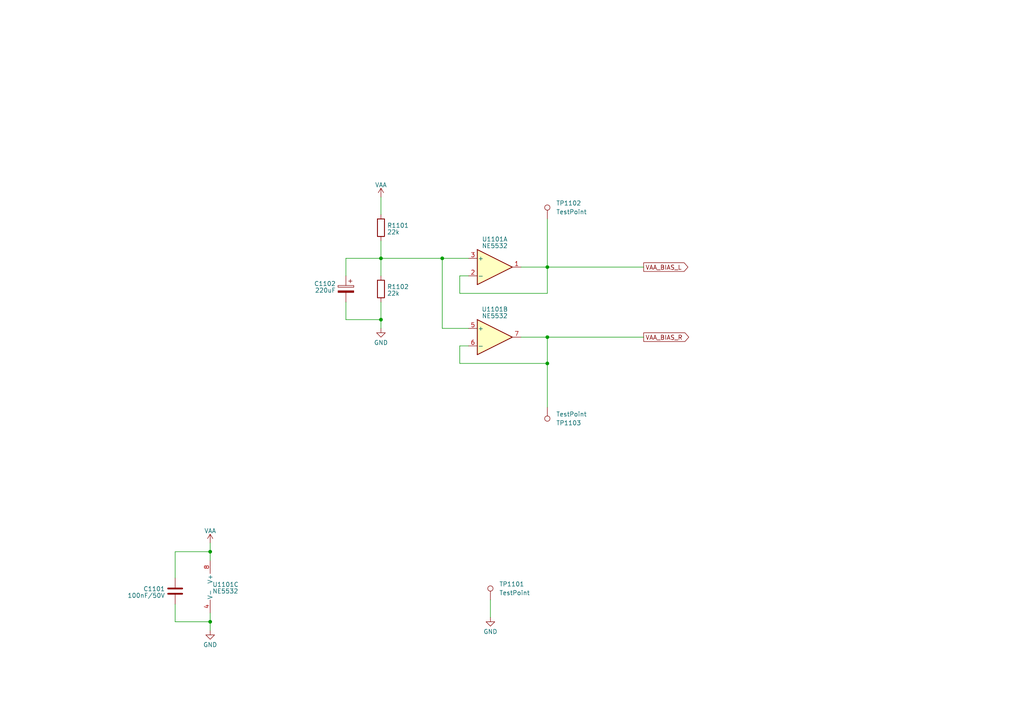
<source format=kicad_sch>
(kicad_sch (version 20230121) (generator eeschema)
  (paper "A4")
  (lib_symbols
    (symbol "Amplifier_Operational:NE5532" (pin_names (offset 0.127))
      (property "Reference" "U" (at 0 5.08 0))
      (property "Value" "NE5532" (at 0 -5.08 0))
      (symbol "NE5532_1_1"
        (polyline (pts (xy -5.08 5.08) (xy 5.08 0) (xy -5.08 -5.08) (xy -5.08 5.08)) (stroke (width 0.254)) (fill (type background)))
        (pin output line (at 7.62 0 180) (length 2.54) (name "~") (number "1"))
        (pin input line (at -7.62 -2.54 0) (length 2.54) (name "-") (number "2"))
        (pin input line (at -7.62 2.54 0) (length 2.54) (name "+") (number "3"))
      )
      (symbol "NE5532_2_1"
        (polyline (pts (xy -5.08 5.08) (xy 5.08 0) (xy -5.08 -5.08) (xy -5.08 5.08)) (stroke (width 0.254)) (fill (type background)))
        (pin input line (at -7.62 2.54 0) (length 2.54) (name "+") (number "5"))
        (pin input line (at -7.62 -2.54 0) (length 2.54) (name "-") (number "6"))
        (pin output line (at 7.62 0 180) (length 2.54) (name "~") (number "7"))
      )
      (symbol "NE5532_3_1"
        (pin power_in line (at -2.54 -7.62 90) (length 3.81) (name "V-") (number "4"))
        (pin power_in line (at -2.54 7.62 270) (length 3.81) (name "V+") (number "8"))
      )
    )
    (symbol "Connector:TestPoint" (pin_numbers hide) (pin_names (offset 0.762) hide)
      (property "Reference" "TP" (at 0 6.858 0))
      (property "Value" "TestPoint" (at 0 5.08 0))
      (symbol "TestPoint_0_1"
        (circle (center 0 3.302) (radius 0.762))
      )
      (symbol "TestPoint_1_1"
        (pin passive line (at 0 0 90) (length 2.54) (name "1") (number "1"))
      )
    )
    (symbol "Device:C" (pin_numbers hide) (pin_names (offset 0.254))
      (property "Reference" "C" (at 0.635 2.54 0))
      (property "Value" "C" (at 0.635 -2.54 0))
      (symbol "C_0_1"
        (polyline (pts (xy -2.032 -0.762) (xy 2.032 -0.762)) (stroke (width 0.508)))
        (polyline (pts (xy -2.032 0.762) (xy 2.032 0.762)) (stroke (width 0.508)))
      )
      (symbol "C_1_1"
        (pin passive line (at 0 3.81 270) (length 2.794) (name "~") (number "1"))
        (pin passive line (at 0 -3.81 90) (length 2.794) (name "~") (number "2"))
      )
    )
    (symbol "Device:C_Polarized" (pin_numbers hide) (pin_names (offset 0.254))
      (property "Reference" "C" (at 0.635 2.54 0))
      (property "Value" "C_Polarized" (at 0.635 -2.54 0))
      (symbol "C_Polarized_0_1"
        (rectangle (start -2.286 0.508) (end 2.286 1.016))
        (polyline (pts (xy -1.778 2.286) (xy -0.762 2.286)))
        (polyline (pts (xy -1.27 2.794) (xy -1.27 1.778)))
        (rectangle (start 2.286 -0.508) (end -2.286 -1.016) (fill (type outline)))
      )
      (symbol "C_Polarized_1_1"
        (pin passive line (at 0 3.81 270) (length 2.794) (name "~") (number "1"))
        (pin passive line (at 0 -3.81 90) (length 2.794) (name "~") (number "2"))
      )
    )
    (symbol "Device:R" (pin_numbers hide) (pin_names (offset 0))
      (property "Reference" "R" (at 2.032 0 90))
      (property "Value" "R" (at 0 0 90))
      (symbol "R_0_1"
        (rectangle (start -1.016 -2.54) (end 1.016 2.54) (stroke (width 0.254)))
      )
      (symbol "R_1_1"
        (pin passive line (at 0 3.81 270) (length 1.27) (name "~") (number "1"))
        (pin passive line (at 0 -3.81 90) (length 1.27) (name "~") (number "2"))
      )
    )
    (symbol "power:GND" (power) (pin_names (offset 0))
      (property "Value" "GND" (at 0 -3.81 0))
      (symbol "GND_0_1"
        (polyline (pts (xy 0 0) (xy 0 -1.27) (xy 1.27 -1.27) (xy 0 -2.54) (xy -1.27 -1.27) (xy 0 -1.27)))
      )
      (symbol "GND_1_1"
        (pin power_in line (at 0 0 270) (length 0) hide (name "GND") (number "1"))
      )
    )
    (symbol "power:VAA" (power) (pin_names (offset 0))
      (property "Value" "VAA" (at 0 3.81 0))
      (symbol "VAA_0_1"
        (polyline (pts (xy -0.762 1.27) (xy 0 2.54)))
        (polyline (pts (xy 0 0) (xy 0 2.54)))
        (polyline (pts (xy 0 2.54) (xy 0.762 1.27)))
      )
      (symbol "VAA_1_1"
        (pin power_in line (at 0 0 90) (length 0) hide (name "VAA") (number "1"))
      )
    )
  )
  (junction (at 60.96 160.02))
  (junction (at 110.49 74.93))
  (junction (at 158.75 105.41))
  (junction (at 128.27 74.93))
  (junction (at 110.49 92.71))
  (junction (at 158.75 77.47))
  (junction (at 158.75 97.79))
  (junction (at 60.96 180.34))
  (wire (pts (xy 50.8 180.34) (xy 60.96 180.34)))
  (wire (pts (xy 110.49 74.93) (xy 128.27 74.93)))
  (wire (pts (xy 100.33 92.71) (xy 110.49 92.71)))
  (wire (pts (xy 151.13 77.47) (xy 158.75 77.47)))
  (wire (pts (xy 128.27 74.93) (xy 135.89 74.93)))
  (wire (pts (xy 110.49 87.63) (xy 110.49 92.71)))
  (wire (pts (xy 110.49 69.85) (xy 110.49 74.93)))
  (wire (pts (xy 158.75 97.79) (xy 186.69 97.79)))
  (wire (pts (xy 135.89 100.33) (xy 133.35 100.33)))
  (wire (pts (xy 50.8 175.26) (xy 50.8 180.34)))
  (wire (pts (xy 110.49 74.93) (xy 110.49 80.01)))
  (wire (pts (xy 100.33 74.93) (xy 110.49 74.93)))
  (wire (pts (xy 60.96 177.8) (xy 60.96 180.34)))
  (wire (pts (xy 50.8 160.02) (xy 60.96 160.02)))
  (wire (pts (xy 158.75 63.5) (xy 158.75 77.47)))
  (wire (pts (xy 151.13 97.79) (xy 158.75 97.79)))
  (wire (pts (xy 135.89 80.01) (xy 133.35 80.01)))
  (wire (pts (xy 135.89 95.25) (xy 128.27 95.25)))
  (wire (pts (xy 110.49 57.15) (xy 110.49 62.23)))
  (wire (pts (xy 60.96 182.88) (xy 60.96 180.34)))
  (wire (pts (xy 110.49 92.71) (xy 110.49 95.25)))
  (wire (pts (xy 100.33 87.63) (xy 100.33 92.71)))
  (wire (pts (xy 133.35 80.01) (xy 133.35 85.09)))
  (wire (pts (xy 100.33 80.01) (xy 100.33 74.93)))
  (wire (pts (xy 142.24 173.99) (xy 142.24 179.07)))
  (wire (pts (xy 50.8 160.02) (xy 50.8 167.64)))
  (wire (pts (xy 133.35 85.09) (xy 158.75 85.09)))
  (wire (pts (xy 158.75 118.11) (xy 158.75 105.41)))
  (wire (pts (xy 133.35 105.41) (xy 158.75 105.41)))
  (wire (pts (xy 128.27 95.25) (xy 128.27 74.93)))
  (wire (pts (xy 158.75 77.47) (xy 158.75 85.09)))
  (wire (pts (xy 158.75 77.47) (xy 186.69 77.47)))
  (wire (pts (xy 60.96 157.48) (xy 60.96 160.02)))
  (wire (pts (xy 133.35 100.33) (xy 133.35 105.41)))
  (wire (pts (xy 158.75 97.79) (xy 158.75 105.41)))
  (wire (pts (xy 60.96 160.02) (xy 60.96 162.56)))
  (global_label "VAA_BIAS_L" (shape output) (at 186.69 77.47 0) (property "Intersheetrefs" "${INTERSHEET_REFS}" (effects hide)))
  (global_label "VAA_BIAS_R" (shape output) (at 186.69 97.79 0) (property "Intersheetrefs" "${INTERSHEET_REFS}" (effects hide)))
  (symbol (lib_id "power:VAA") (at 110.49 57.15 0) (unit 1)
    (property "Reference" "#PWR01103" (effects hide))
    (property "Value" "VAA" (at 110.49 53.6481 0))
  )
  (symbol (lib_id "power:GND") (at 110.49 95.25 0) (unit 1)
    (property "Reference" "#PWR01104" (effects hide))
    (property "Value" "GND" (at 110.49 99.3855 0))
  )
  (symbol (lib_id "power:VAA") (at 60.96 157.48 0) (unit 1)
    (property "Reference" "#PWR01101" (effects hide))
    (property "Value" "VAA" (at 60.96 153.9781 0))
  )
  (symbol (lib_id "Device:R") (at 110.49 66.04 0) (unit 1)
    (property "Reference" "R1101" (at 112.268 65.3963 0) (effects (justify left)))
    (property "Value" "22k" (at 112.268 67.3173 0) (effects (justify left)))
    (property "Footprint" "Resistor_SMD:R_0805_2012Metric_Pad1.20x1.40mm_HandSolder" (effects hide))
    (property "LCSC" "C479095" (effects hide))
  )
  (symbol (lib_id "Amplifier_Operational:NE5532") (at 143.51 97.79 0) (unit 2)
    (property "Reference" "U1101" (at 143.51 89.7001 0))
    (property "Value" "NE5532" (at 143.51 91.6211 0))
    (property "Footprint" "Package_SO:SOIC-8_3.9x4.9mm_P1.27mm" (effects hide))
    (property "Datasheet" "http://www.ti.com/lit/ds/symlink/ne5532.pdf" (effects hide))
    (property "LCSC" "C7426" (effects hide))
  )
  (symbol (lib_id "Amplifier_Operational:NE5532") (at 63.5 170.18 0) (unit 3)
    (property "Reference" "U1101" (at 61.595 169.5363 0) (effects (justify left)))
    (property "Value" "NE5532" (at 61.595 171.4573 0) (effects (justify left)))
    (property "Footprint" "Package_SO:SOIC-8_3.9x4.9mm_P1.27mm" (effects hide))
    (property "Datasheet" "http://www.ti.com/lit/ds/symlink/ne5532.pdf" (effects hide))
    (property "LCSC" "C7426" (effects hide))
  )
  (symbol (lib_id "Amplifier_Operational:NE5532") (at 143.51 77.47 0) (unit 1)
    (property "Reference" "U1101" (at 143.51 69.3801 0))
    (property "Value" "NE5532" (at 143.51 71.3011 0))
    (property "Footprint" "Package_SO:SOIC-8_3.9x4.9mm_P1.27mm" (effects hide))
    (property "Datasheet" "http://www.ti.com/lit/ds/symlink/ne5532.pdf" (effects hide))
    (property "LCSC" "C7426" (effects hide))
  )
  (symbol (lib_id "Device:R") (at 110.49 83.82 0) (unit 1)
    (property "Reference" "R1102" (at 112.268 83.1763 0) (effects (justify left)))
    (property "Value" "22k" (at 112.268 85.0973 0) (effects (justify left)))
    (property "Footprint" "Resistor_SMD:R_0805_2012Metric_Pad1.20x1.40mm_HandSolder" (effects hide))
    (property "LCSC" "C479095" (effects hide))
  )
  (symbol (lib_id "Connector:TestPoint") (at 142.24 173.99 0) (unit 1)
    (property "Reference" "TP1101" (at 144.78 169.418 0) (effects (justify left)))
    (property "Value" "TestPoint" (at 144.78 171.958 0) (effects (justify left)))
    (property "Footprint" "TestPoint:TestPoint_Keystone_5005-5009_Compact" (effects hide))
  )
  (symbol (lib_id "Connector:TestPoint") (at 158.75 118.11 0) (mirror x) (unit 1)
    (property "Reference" "TP1103" (at 161.29 122.682 0) (effects (justify left)))
    (property "Value" "TestPoint" (at 161.29 120.142 0) (effects (justify left)))
    (property "Footprint" "TestPoint:TestPoint_Keystone_5005-5009_Compact" (effects hide))
  )
  (symbol (lib_id "Device:C_Polarized") (at 100.33 83.82 0) (mirror y) (unit 1)
    (property "Reference" "C1102" (at 97.409 82.2873 0) (effects (justify left)))
    (property "Value" "220uF" (at 97.409 84.2083 0) (effects (justify left)))
    (property "Footprint" "Capacitor_SMD:CP_Elec_4x5.8" (effects hide))
    (property "LCSC" "C2165067" (effects hide))
  )
  (symbol (lib_id "Connector:TestPoint") (at 158.75 63.5 0) (unit 1)
    (property "Reference" "TP1102" (at 161.29 58.928 0) (effects (justify left)))
    (property "Value" "TestPoint" (at 161.29 61.468 0) (effects (justify left)))
    (property "Footprint" "TestPoint:TestPoint_Keystone_5005-5009_Compact" (effects hide))
  )
  (symbol (lib_id "Device:C") (at 50.8 171.45 0) (mirror y) (unit 1)
    (property "Reference" "C1101" (at 47.879 170.8063 0) (effects (justify left)))
    (property "Value" "100nF/50V" (at 47.879 172.7273 0) (effects (justify left)))
    (property "Footprint" "Capacitor_SMD:C_0805_2012Metric_Pad1.18x1.45mm_HandSolder" (effects hide))
    (property "LCSC" "C49678" (effects hide))
  )
  (symbol (lib_id "power:GND") (at 60.96 182.88 0) (unit 1)
    (property "Reference" "#PWR01102" (effects hide))
    (property "Value" "GND" (at 60.96 187.0155 0))
  )
  (symbol (lib_id "power:GND") (at 142.24 179.07 0) (unit 1)
    (property "Reference" "#PWR01105" (effects hide))
    (property "Value" "GND" (at 142.24 183.2055 0))
  )
)
</source>
